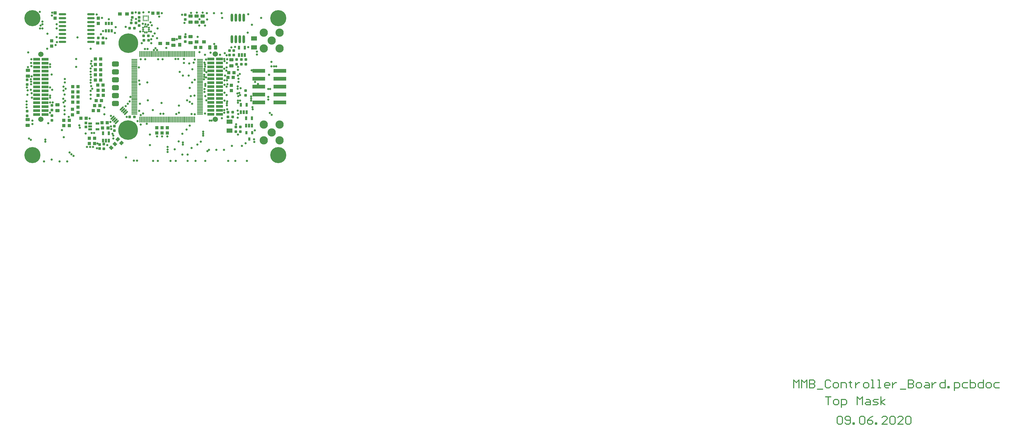
<source format=gts>
G04*
G04 #@! TF.GenerationSoftware,Altium Limited,Altium Designer,20.1.11 (218)*
G04*
G04 Layer_Color=20142*
%FSLAX25Y25*%
%MOIN*%
G70*
G04*
G04 #@! TF.SameCoordinates,26502B99-587C-4767-892E-7210AEBADD4C*
G04*
G04*
G04 #@! TF.FilePolarity,Negative*
G04*
G01*
G75*
%ADD17C,0.01200*%
%ADD47R,0.15964X0.05137*%
%ADD48O,0.01581X0.07487*%
%ADD49O,0.07487X0.01581*%
G04:AMPARAMS|DCode=50|XSize=43.37mil|YSize=39.43mil|CornerRadius=0mil|HoleSize=0mil|Usage=FLASHONLY|Rotation=225.000|XOffset=0mil|YOffset=0mil|HoleType=Round|Shape=Rectangle|*
%AMROTATEDRECTD50*
4,1,4,0.00139,0.02928,0.02928,0.00139,-0.00139,-0.02928,-0.02928,-0.00139,0.00139,0.02928,0.0*
%
%ADD50ROTATEDRECTD50*%

G04:AMPARAMS|DCode=51|XSize=35.5mil|YSize=35.5mil|CornerRadius=6.72mil|HoleSize=0mil|Usage=FLASHONLY|Rotation=0.000|XOffset=0mil|YOffset=0mil|HoleType=Round|Shape=RoundedRectangle|*
%AMROUNDEDRECTD51*
21,1,0.03550,0.02205,0,0,0.0*
21,1,0.02205,0.03550,0,0,0.0*
1,1,0.01345,0.01102,-0.01102*
1,1,0.01345,-0.01102,-0.01102*
1,1,0.01345,-0.01102,0.01102*
1,1,0.01345,0.01102,0.01102*
%
%ADD51ROUNDEDRECTD51*%
G04:AMPARAMS|DCode=52|XSize=35.5mil|YSize=35.5mil|CornerRadius=6.72mil|HoleSize=0mil|Usage=FLASHONLY|Rotation=270.000|XOffset=0mil|YOffset=0mil|HoleType=Round|Shape=RoundedRectangle|*
%AMROUNDEDRECTD52*
21,1,0.03550,0.02205,0,0,270.0*
21,1,0.02205,0.03550,0,0,270.0*
1,1,0.01345,-0.01102,-0.01102*
1,1,0.01345,-0.01102,0.01102*
1,1,0.01345,0.01102,0.01102*
1,1,0.01345,0.01102,-0.01102*
%
%ADD52ROUNDEDRECTD52*%
%ADD53R,0.03747X0.03353*%
%ADD54O,0.03156X0.10243*%
G04:AMPARAMS|DCode=55|XSize=19.68mil|YSize=15.75mil|CornerRadius=4.92mil|HoleSize=0mil|Usage=FLASHONLY|Rotation=180.000|XOffset=0mil|YOffset=0mil|HoleType=Round|Shape=RoundedRectangle|*
%AMROUNDEDRECTD55*
21,1,0.01968,0.00591,0,0,180.0*
21,1,0.00984,0.01575,0,0,180.0*
1,1,0.00984,-0.00492,0.00295*
1,1,0.00984,0.00492,0.00295*
1,1,0.00984,0.00492,-0.00295*
1,1,0.00984,-0.00492,-0.00295*
%
%ADD55ROUNDEDRECTD55*%
G04:AMPARAMS|DCode=56|XSize=19.68mil|YSize=15.75mil|CornerRadius=4.92mil|HoleSize=0mil|Usage=FLASHONLY|Rotation=90.000|XOffset=0mil|YOffset=0mil|HoleType=Round|Shape=RoundedRectangle|*
%AMROUNDEDRECTD56*
21,1,0.01968,0.00591,0,0,90.0*
21,1,0.00984,0.01575,0,0,90.0*
1,1,0.00984,0.00295,0.00492*
1,1,0.00984,0.00295,-0.00492*
1,1,0.00984,-0.00295,-0.00492*
1,1,0.00984,-0.00295,0.00492*
%
%ADD56ROUNDEDRECTD56*%
%ADD57R,0.09150X0.03300*%
%ADD58R,0.07487X0.05518*%
%ADD59R,0.03943X0.04337*%
%ADD60R,0.03156X0.04337*%
%ADD61O,0.09455X0.02762*%
G04:AMPARAMS|DCode=62|XSize=25.59mil|YSize=19.68mil|CornerRadius=5.91mil|HoleSize=0mil|Usage=FLASHONLY|Rotation=90.000|XOffset=0mil|YOffset=0mil|HoleType=Round|Shape=RoundedRectangle|*
%AMROUNDEDRECTD62*
21,1,0.02559,0.00787,0,0,90.0*
21,1,0.01378,0.01968,0,0,90.0*
1,1,0.01181,0.00394,0.00689*
1,1,0.01181,0.00394,-0.00689*
1,1,0.01181,-0.00394,-0.00689*
1,1,0.01181,-0.00394,0.00689*
%
%ADD62ROUNDEDRECTD62*%
G04:AMPARAMS|DCode=63|XSize=25.59mil|YSize=19.68mil|CornerRadius=5.91mil|HoleSize=0mil|Usage=FLASHONLY|Rotation=180.000|XOffset=0mil|YOffset=0mil|HoleType=Round|Shape=RoundedRectangle|*
%AMROUNDEDRECTD63*
21,1,0.02559,0.00787,0,0,180.0*
21,1,0.01378,0.01968,0,0,180.0*
1,1,0.01181,-0.00689,0.00394*
1,1,0.01181,0.00689,0.00394*
1,1,0.01181,0.00689,-0.00394*
1,1,0.01181,-0.00689,-0.00394*
%
%ADD63ROUNDEDRECTD63*%
G04:AMPARAMS|DCode=64|XSize=55.18mil|YSize=39.43mil|CornerRadius=5.54mil|HoleSize=0mil|Usage=FLASHONLY|Rotation=0.000|XOffset=0mil|YOffset=0mil|HoleType=Round|Shape=RoundedRectangle|*
%AMROUNDEDRECTD64*
21,1,0.05518,0.02835,0,0,0.0*
21,1,0.04409,0.03943,0,0,0.0*
1,1,0.01109,0.02205,-0.01417*
1,1,0.01109,-0.02205,-0.01417*
1,1,0.01109,-0.02205,0.01417*
1,1,0.01109,0.02205,0.01417*
%
%ADD64ROUNDEDRECTD64*%
G04:AMPARAMS|DCode=65|XSize=55.18mil|YSize=39.43mil|CornerRadius=5.54mil|HoleSize=0mil|Usage=FLASHONLY|Rotation=270.000|XOffset=0mil|YOffset=0mil|HoleType=Round|Shape=RoundedRectangle|*
%AMROUNDEDRECTD65*
21,1,0.05518,0.02835,0,0,270.0*
21,1,0.04409,0.03943,0,0,270.0*
1,1,0.01109,-0.01417,-0.02205*
1,1,0.01109,-0.01417,0.02205*
1,1,0.01109,0.01417,0.02205*
1,1,0.01109,0.01417,-0.02205*
%
%ADD65ROUNDEDRECTD65*%
%ADD66R,0.03156X0.03943*%
%ADD67R,0.04928X0.04337*%
%ADD68R,0.04337X0.04928*%
%ADD69R,0.04337X0.03943*%
%ADD70R,0.07487X0.05518*%
G04:AMPARAMS|DCode=71|XSize=43.37mil|YSize=39.43mil|CornerRadius=0mil|HoleSize=0mil|Usage=FLASHONLY|Rotation=315.000|XOffset=0mil|YOffset=0mil|HoleType=Round|Shape=Rectangle|*
%AMROTATEDRECTD71*
4,1,4,-0.02928,0.00139,-0.00139,0.02928,0.02928,-0.00139,0.00139,-0.02928,-0.02928,0.00139,0.0*
%
%ADD71ROTATEDRECTD71*%

%ADD72R,0.02959X0.04731*%
G04:AMPARAMS|DCode=73|XSize=19.75mil|YSize=66.99mil|CornerRadius=0mil|HoleSize=0mil|Usage=FLASHONLY|Rotation=315.000|XOffset=0mil|YOffset=0mil|HoleType=Round|Shape=Round|*
%AMOVALD73*
21,1,0.04724,0.01975,0.00000,0.00000,45.0*
1,1,0.01975,-0.01670,-0.01670*
1,1,0.01975,0.01670,0.01670*
%
%ADD73OVALD73*%

%ADD74R,0.04731X0.02959*%
%ADD75C,0.10400*%
%ADD76C,0.06700*%
%ADD77C,0.20400*%
%ADD78C,0.24810*%
G04:AMPARAMS|DCode=79|XSize=89mil|YSize=64mil|CornerRadius=17mil|HoleSize=0mil|Usage=FLASHONLY|Rotation=180.000|XOffset=0mil|YOffset=0mil|HoleType=Round|Shape=RoundedRectangle|*
%AMROUNDEDRECTD79*
21,1,0.08900,0.03000,0,0,180.0*
21,1,0.05500,0.06400,0,0,180.0*
1,1,0.03400,-0.02750,0.01500*
1,1,0.03400,0.02750,0.01500*
1,1,0.03400,0.02750,-0.01500*
1,1,0.03400,-0.02750,-0.01500*
%
%ADD79ROUNDEDRECTD79*%
%ADD80C,0.02800*%
D17*
X1015016Y-294278D02*
X1021680D01*
X1018348D01*
Y-304275D01*
X1026679D02*
X1030011D01*
X1031677Y-302609D01*
Y-299276D01*
X1030011Y-297610D01*
X1026679D01*
X1025012Y-299276D01*
Y-302609D01*
X1026679Y-304275D01*
X1035009Y-307607D02*
Y-297610D01*
X1040008D01*
X1041674Y-299276D01*
Y-302609D01*
X1040008Y-304275D01*
X1035009D01*
X1055003D02*
Y-294278D01*
X1058335Y-297610D01*
X1061667Y-294278D01*
Y-304275D01*
X1066666Y-297610D02*
X1069998D01*
X1071664Y-299276D01*
Y-304275D01*
X1066666D01*
X1065000Y-302609D01*
X1066666Y-300943D01*
X1071664D01*
X1074996Y-304275D02*
X1079995D01*
X1081661Y-302609D01*
X1079995Y-300943D01*
X1076663D01*
X1074996Y-299276D01*
X1076663Y-297610D01*
X1081661D01*
X1084993Y-304275D02*
Y-294278D01*
Y-300943D02*
X1089991Y-297610D01*
X1084993Y-300943D02*
X1089991Y-304275D01*
X1029716Y-320444D02*
X1031382Y-318778D01*
X1034714D01*
X1036380Y-320444D01*
Y-327109D01*
X1034714Y-328775D01*
X1031382D01*
X1029716Y-327109D01*
Y-320444D01*
X1039713Y-327109D02*
X1041379Y-328775D01*
X1044711D01*
X1046377Y-327109D01*
Y-320444D01*
X1044711Y-318778D01*
X1041379D01*
X1039713Y-320444D01*
Y-322110D01*
X1041379Y-323776D01*
X1046377D01*
X1049709Y-328775D02*
Y-327109D01*
X1051375D01*
Y-328775D01*
X1049709D01*
X1058040Y-320444D02*
X1059706Y-318778D01*
X1063038D01*
X1064704Y-320444D01*
Y-327109D01*
X1063038Y-328775D01*
X1059706D01*
X1058040Y-327109D01*
Y-320444D01*
X1074701Y-318778D02*
X1071369Y-320444D01*
X1068037Y-323776D01*
Y-327109D01*
X1069703Y-328775D01*
X1073035D01*
X1074701Y-327109D01*
Y-325443D01*
X1073035Y-323776D01*
X1068037D01*
X1078034Y-328775D02*
Y-327109D01*
X1079700D01*
Y-328775D01*
X1078034D01*
X1093029D02*
X1086364D01*
X1093029Y-322110D01*
Y-320444D01*
X1091362Y-318778D01*
X1088030D01*
X1086364Y-320444D01*
X1096361D02*
X1098027Y-318778D01*
X1101359D01*
X1103025Y-320444D01*
Y-327109D01*
X1101359Y-328775D01*
X1098027D01*
X1096361Y-327109D01*
Y-320444D01*
X1113022Y-328775D02*
X1106358D01*
X1113022Y-322110D01*
Y-320444D01*
X1111356Y-318778D01*
X1108024D01*
X1106358Y-320444D01*
X1116354D02*
X1118021Y-318778D01*
X1121353D01*
X1123019Y-320444D01*
Y-327109D01*
X1121353Y-328775D01*
X1118021D01*
X1116354Y-327109D01*
Y-320444D01*
X974816Y-282875D02*
Y-272878D01*
X978148Y-276210D01*
X981480Y-272878D01*
Y-282875D01*
X984813D02*
Y-272878D01*
X988145Y-276210D01*
X991477Y-272878D01*
Y-282875D01*
X994809Y-272878D02*
Y-282875D01*
X999808D01*
X1001474Y-281209D01*
Y-279542D01*
X999808Y-277876D01*
X994809D01*
X999808D01*
X1001474Y-276210D01*
Y-274544D01*
X999808Y-272878D01*
X994809D01*
X1004806Y-284541D02*
X1011471D01*
X1021467Y-274544D02*
X1019801Y-272878D01*
X1016469D01*
X1014803Y-274544D01*
Y-281209D01*
X1016469Y-282875D01*
X1019801D01*
X1021467Y-281209D01*
X1026466Y-282875D02*
X1029798D01*
X1031464Y-281209D01*
Y-277876D01*
X1029798Y-276210D01*
X1026466D01*
X1024800Y-277876D01*
Y-281209D01*
X1026466Y-282875D01*
X1034796D02*
Y-276210D01*
X1039795D01*
X1041461Y-277876D01*
Y-282875D01*
X1046459Y-274544D02*
Y-276210D01*
X1044793D01*
X1048125D01*
X1046459D01*
Y-281209D01*
X1048125Y-282875D01*
X1053124Y-276210D02*
Y-282875D01*
Y-279542D01*
X1054790Y-277876D01*
X1056456Y-276210D01*
X1058122D01*
X1064787Y-282875D02*
X1068119D01*
X1069785Y-281209D01*
Y-277876D01*
X1068119Y-276210D01*
X1064787D01*
X1063121Y-277876D01*
Y-281209D01*
X1064787Y-282875D01*
X1073117D02*
X1076450D01*
X1074784D01*
Y-272878D01*
X1073117D01*
X1081448Y-282875D02*
X1084780D01*
X1083114D01*
Y-272878D01*
X1081448D01*
X1094777Y-282875D02*
X1091445D01*
X1089779Y-281209D01*
Y-277876D01*
X1091445Y-276210D01*
X1094777D01*
X1096443Y-277876D01*
Y-279542D01*
X1089779D01*
X1099775Y-276210D02*
Y-282875D01*
Y-279542D01*
X1101441Y-277876D01*
X1103108Y-276210D01*
X1104774D01*
X1109772Y-284541D02*
X1116437D01*
X1119769Y-272878D02*
Y-282875D01*
X1124767D01*
X1126433Y-281209D01*
Y-279542D01*
X1124767Y-277876D01*
X1119769D01*
X1124767D01*
X1126433Y-276210D01*
Y-274544D01*
X1124767Y-272878D01*
X1119769D01*
X1131432Y-282875D02*
X1134764D01*
X1136430Y-281209D01*
Y-277876D01*
X1134764Y-276210D01*
X1131432D01*
X1129766Y-277876D01*
Y-281209D01*
X1131432Y-282875D01*
X1141429Y-276210D02*
X1144761D01*
X1146427Y-277876D01*
Y-282875D01*
X1141429D01*
X1139762Y-281209D01*
X1141429Y-279542D01*
X1146427D01*
X1149759Y-276210D02*
Y-282875D01*
Y-279542D01*
X1151425Y-277876D01*
X1153092Y-276210D01*
X1154758D01*
X1166420Y-272878D02*
Y-282875D01*
X1161422D01*
X1159756Y-281209D01*
Y-277876D01*
X1161422Y-276210D01*
X1166420D01*
X1169753Y-282875D02*
Y-281209D01*
X1171419D01*
Y-282875D01*
X1169753D01*
X1178083Y-286207D02*
Y-276210D01*
X1183082D01*
X1184748Y-277876D01*
Y-281209D01*
X1183082Y-282875D01*
X1178083D01*
X1194745Y-276210D02*
X1189746D01*
X1188080Y-277876D01*
Y-281209D01*
X1189746Y-282875D01*
X1194745D01*
X1198077Y-272878D02*
Y-282875D01*
X1203075D01*
X1204741Y-281209D01*
Y-279542D01*
Y-277876D01*
X1203075Y-276210D01*
X1198077D01*
X1214738Y-272878D02*
Y-282875D01*
X1209740D01*
X1208074Y-281209D01*
Y-277876D01*
X1209740Y-276210D01*
X1214738D01*
X1219737Y-282875D02*
X1223069D01*
X1224735Y-281209D01*
Y-277876D01*
X1223069Y-276210D01*
X1219737D01*
X1218071Y-277876D01*
Y-281209D01*
X1219737Y-282875D01*
X1234732Y-276210D02*
X1229733D01*
X1228067Y-277876D01*
Y-281209D01*
X1229733Y-282875D01*
X1234732D01*
D47*
X298130Y98425D02*
D03*
X324705D02*
D03*
X298130Y88425D02*
D03*
X324705D02*
D03*
X298130Y78425D02*
D03*
X324705D02*
D03*
Y108425D02*
D03*
Y118425D02*
D03*
X298130Y108425D02*
D03*
Y118425D02*
D03*
D48*
X147835Y139961D02*
D03*
X149803D02*
D03*
X151772D02*
D03*
X153740D02*
D03*
X155709D02*
D03*
X157677D02*
D03*
X159646D02*
D03*
X161614D02*
D03*
X163583D02*
D03*
X165551D02*
D03*
X167520D02*
D03*
X169488D02*
D03*
X171457D02*
D03*
X173425D02*
D03*
X175394D02*
D03*
X177362D02*
D03*
X179331D02*
D03*
X181299D02*
D03*
X183268D02*
D03*
X185236D02*
D03*
X187205D02*
D03*
X189173D02*
D03*
X191142D02*
D03*
X193110D02*
D03*
X195079D02*
D03*
X197047D02*
D03*
X199016D02*
D03*
X200984D02*
D03*
X202953D02*
D03*
X204921D02*
D03*
X206890D02*
D03*
X208858D02*
D03*
X210827D02*
D03*
X212795D02*
D03*
X214764D02*
D03*
X216732D02*
D03*
Y56890D02*
D03*
X214764D02*
D03*
X212795D02*
D03*
X210827D02*
D03*
X208858D02*
D03*
X206890D02*
D03*
X204921D02*
D03*
X202953D02*
D03*
X200984D02*
D03*
X199016D02*
D03*
X197047D02*
D03*
X195079D02*
D03*
X193110D02*
D03*
X191142D02*
D03*
X189173D02*
D03*
X187205D02*
D03*
X185236D02*
D03*
X183268D02*
D03*
X181299D02*
D03*
X179331D02*
D03*
X177362D02*
D03*
X175394D02*
D03*
X173425D02*
D03*
X171457D02*
D03*
X169488D02*
D03*
X167520D02*
D03*
X165551D02*
D03*
X163583D02*
D03*
X161614D02*
D03*
X159646D02*
D03*
X157677D02*
D03*
X155709D02*
D03*
X153740D02*
D03*
X151772D02*
D03*
X149803D02*
D03*
X147835D02*
D03*
D49*
X223819Y132874D02*
D03*
Y130905D02*
D03*
Y128937D02*
D03*
Y126969D02*
D03*
Y125000D02*
D03*
Y123031D02*
D03*
Y121063D02*
D03*
Y119095D02*
D03*
Y117126D02*
D03*
Y115157D02*
D03*
Y113189D02*
D03*
Y111221D02*
D03*
Y109252D02*
D03*
Y107283D02*
D03*
Y105315D02*
D03*
Y103347D02*
D03*
Y101378D02*
D03*
Y99410D02*
D03*
Y97441D02*
D03*
Y95473D02*
D03*
Y93504D02*
D03*
Y91535D02*
D03*
Y89567D02*
D03*
Y87598D02*
D03*
Y85630D02*
D03*
Y83661D02*
D03*
Y81693D02*
D03*
Y79724D02*
D03*
Y77756D02*
D03*
Y75787D02*
D03*
Y73819D02*
D03*
Y71850D02*
D03*
Y69882D02*
D03*
Y67913D02*
D03*
Y65945D02*
D03*
Y63976D02*
D03*
X140748D02*
D03*
Y65945D02*
D03*
Y67913D02*
D03*
Y69882D02*
D03*
Y71850D02*
D03*
Y73819D02*
D03*
Y75787D02*
D03*
Y77756D02*
D03*
Y79724D02*
D03*
Y81693D02*
D03*
Y83661D02*
D03*
Y85630D02*
D03*
Y87598D02*
D03*
Y89567D02*
D03*
Y91535D02*
D03*
Y93504D02*
D03*
Y95473D02*
D03*
Y97441D02*
D03*
Y99410D02*
D03*
Y101378D02*
D03*
Y103347D02*
D03*
Y105315D02*
D03*
Y107283D02*
D03*
Y109252D02*
D03*
Y111221D02*
D03*
Y113189D02*
D03*
Y115157D02*
D03*
Y117126D02*
D03*
Y119095D02*
D03*
Y121063D02*
D03*
Y123031D02*
D03*
Y125000D02*
D03*
Y126969D02*
D03*
Y128937D02*
D03*
Y130905D02*
D03*
Y132874D02*
D03*
D50*
X119681Y31894D02*
D03*
X124414Y27161D02*
D03*
D51*
X146850Y191929D02*
D03*
Y186024D02*
D03*
X101969Y25787D02*
D03*
Y19882D02*
D03*
X115354Y48622D02*
D03*
Y42717D02*
D03*
X281500Y87547D02*
D03*
Y93453D02*
D03*
X5118Y101181D02*
D03*
Y107087D02*
D03*
X36417Y74803D02*
D03*
Y68898D02*
D03*
Y55905D02*
D03*
Y61811D02*
D03*
X5118Y67520D02*
D03*
Y61614D02*
D03*
X205118Y155512D02*
D03*
Y161417D02*
D03*
Y189370D02*
D03*
Y183465D02*
D03*
X138189Y191929D02*
D03*
Y186024D02*
D03*
X146850Y181693D02*
D03*
Y175787D02*
D03*
X274803Y41535D02*
D03*
Y47441D02*
D03*
X269094Y41535D02*
D03*
Y47441D02*
D03*
X270079Y132874D02*
D03*
Y126969D02*
D03*
X275984Y132874D02*
D03*
Y126969D02*
D03*
X281890Y132874D02*
D03*
Y126969D02*
D03*
X259252Y60236D02*
D03*
Y66142D02*
D03*
X265158Y60236D02*
D03*
Y66142D02*
D03*
X266535Y144291D02*
D03*
Y138386D02*
D03*
X261024Y144291D02*
D03*
Y138386D02*
D03*
D52*
X152559Y162992D02*
D03*
X158465D02*
D03*
X142717Y179134D02*
D03*
X136811D02*
D03*
X100984Y160236D02*
D03*
X95079D02*
D03*
X134843Y60236D02*
D03*
X140748D02*
D03*
Y172441D02*
D03*
X134843D02*
D03*
X158661Y157087D02*
D03*
X152756D02*
D03*
D53*
X79331Y52461D02*
D03*
Y47539D02*
D03*
X96850Y25098D02*
D03*
Y20177D02*
D03*
D54*
X263957Y158661D02*
D03*
X268957D02*
D03*
X273957D02*
D03*
X278957D02*
D03*
X263957Y185827D02*
D03*
X268957D02*
D03*
X273957D02*
D03*
X278957D02*
D03*
D55*
X158268Y186024D02*
D03*
Y184055D02*
D03*
X151969D02*
D03*
Y186024D02*
D03*
D56*
X158071Y182087D02*
D03*
X156102D02*
D03*
X154134D02*
D03*
X152165D02*
D03*
Y187992D02*
D03*
X154134D02*
D03*
X156102D02*
D03*
X158071D02*
D03*
D57*
X237598Y63464D02*
D03*
X248348Y63465D02*
D03*
X237598Y68465D02*
D03*
X248348Y68464D02*
D03*
X237598Y73465D02*
D03*
X248348Y73465D02*
D03*
X237598Y78465D02*
D03*
X248348Y78465D02*
D03*
X237598Y83465D02*
D03*
X248348Y83465D02*
D03*
X237598Y88465D02*
D03*
X248348Y88464D02*
D03*
X237598Y93464D02*
D03*
X248348Y93465D02*
D03*
X237560Y98465D02*
D03*
X248348Y98465D02*
D03*
X237598Y103464D02*
D03*
X248348Y103464D02*
D03*
X237598Y108465D02*
D03*
X248348Y108465D02*
D03*
X237598Y113464D02*
D03*
X248348Y113464D02*
D03*
X237598Y118465D02*
D03*
X248348Y118465D02*
D03*
X237598Y123465D02*
D03*
X248348Y123465D02*
D03*
X237598Y128465D02*
D03*
X248348Y128465D02*
D03*
X237598Y133465D02*
D03*
X248348Y133465D02*
D03*
X27816Y133317D02*
D03*
X17066Y133317D02*
D03*
X27816Y128317D02*
D03*
X17066Y128317D02*
D03*
X27816Y123317D02*
D03*
X17066Y123317D02*
D03*
X27816Y118317D02*
D03*
X17066Y118317D02*
D03*
X27816Y113317D02*
D03*
X17066Y113317D02*
D03*
X27816Y108317D02*
D03*
X17066Y108317D02*
D03*
X27816Y103317D02*
D03*
X17066Y103317D02*
D03*
X27816Y98317D02*
D03*
X17028Y98317D02*
D03*
X27816Y93317D02*
D03*
X17066Y93317D02*
D03*
X27816Y88317D02*
D03*
X17066Y88317D02*
D03*
X27816Y83317D02*
D03*
X17066Y83317D02*
D03*
X27816Y78317D02*
D03*
X17066Y78317D02*
D03*
X27816Y73317D02*
D03*
X17066Y73317D02*
D03*
X27816Y68317D02*
D03*
X17066Y68317D02*
D03*
X27816Y63317D02*
D03*
X17066Y63317D02*
D03*
D58*
X292126Y148228D02*
D03*
Y159646D02*
D03*
D59*
X62795Y78937D02*
D03*
X69488D02*
D03*
X94488Y153937D02*
D03*
X101181D02*
D03*
X100591Y46260D02*
D03*
X107283D02*
D03*
X99606Y52756D02*
D03*
X106299D02*
D03*
X218110Y148031D02*
D03*
X224803D02*
D03*
X170866Y191535D02*
D03*
X164173D02*
D03*
X266732Y116142D02*
D03*
X260039D02*
D03*
X265748Y110039D02*
D03*
X259055D02*
D03*
X69488Y98425D02*
D03*
X62795D02*
D03*
X69488Y91929D02*
D03*
X62795D02*
D03*
X69488Y85433D02*
D03*
X62795D02*
D03*
X98228Y133465D02*
D03*
X91535D02*
D03*
X98228Y126575D02*
D03*
X91535D02*
D03*
X98228Y119882D02*
D03*
X91535D02*
D03*
X98228Y113386D02*
D03*
X91535D02*
D03*
X98228Y106890D02*
D03*
X91535D02*
D03*
X101181Y100394D02*
D03*
X94488D02*
D03*
X101378Y93898D02*
D03*
X94685D02*
D03*
X101378Y87402D02*
D03*
X94685D02*
D03*
X99016Y80905D02*
D03*
X92323D02*
D03*
X97047Y74410D02*
D03*
X90354D02*
D03*
X73228Y58465D02*
D03*
X79921D02*
D03*
X95472Y68110D02*
D03*
X88779D02*
D03*
D60*
X112205Y169095D02*
D03*
X108465D02*
D03*
X104724D02*
D03*
Y178543D02*
D03*
X108465D02*
D03*
X112205D02*
D03*
D61*
X49705Y190138D02*
D03*
X49705Y185138D02*
D03*
X49705Y180138D02*
D03*
X49705Y175138D02*
D03*
X49705Y170138D02*
D03*
X49705Y165138D02*
D03*
X49705Y160138D02*
D03*
X49705Y155138D02*
D03*
X85728Y190138D02*
D03*
X85728Y185138D02*
D03*
X85728Y180138D02*
D03*
X85728Y175138D02*
D03*
X85728Y170138D02*
D03*
X85728Y165138D02*
D03*
X85728Y160138D02*
D03*
X85728Y155138D02*
D03*
D62*
X154134Y167126D02*
D03*
X156496D02*
D03*
X154134Y174370D02*
D03*
X156496D02*
D03*
D63*
X158937Y170748D02*
D03*
Y173110D02*
D03*
Y168386D02*
D03*
X151693D02*
D03*
Y173110D02*
D03*
Y170748D02*
D03*
D64*
X263386Y132480D02*
D03*
Y125000D02*
D03*
X6102Y119291D02*
D03*
Y111811D02*
D03*
X43307Y75590D02*
D03*
Y68110D02*
D03*
X5906Y49409D02*
D03*
Y56890D02*
D03*
X190157Y158268D02*
D03*
Y150787D02*
D03*
X211811Y154331D02*
D03*
Y161811D02*
D03*
Y187795D02*
D03*
Y180315D02*
D03*
X219488Y187795D02*
D03*
Y180315D02*
D03*
X227165Y187795D02*
D03*
Y180315D02*
D03*
D65*
X243504Y148031D02*
D03*
X236024D02*
D03*
D66*
X286024Y32283D02*
D03*
X282283Y40157D02*
D03*
X289764D02*
D03*
D67*
X173524Y153150D02*
D03*
X182775Y153150D02*
D03*
X219390Y155118D02*
D03*
X228642Y155118D02*
D03*
X131595Y190354D02*
D03*
X122343Y190354D02*
D03*
D68*
X198031Y160925D02*
D03*
X198031Y151673D02*
D03*
D69*
X36220Y156496D02*
D03*
Y149803D02*
D03*
X95079Y185236D02*
D03*
Y178543D02*
D03*
X40551Y191929D02*
D03*
Y185236D02*
D03*
X263386Y93504D02*
D03*
Y100197D02*
D03*
X69291Y72441D02*
D03*
Y65748D02*
D03*
X62402Y69685D02*
D03*
Y62992D02*
D03*
X58465Y55905D02*
D03*
Y49213D02*
D03*
X51378Y55905D02*
D03*
Y49213D02*
D03*
X169095Y39961D02*
D03*
Y46654D02*
D03*
X175787Y39961D02*
D03*
Y46654D02*
D03*
X182283Y39961D02*
D03*
Y46654D02*
D03*
X83661Y33071D02*
D03*
Y26378D02*
D03*
X90551Y26378D02*
D03*
Y33071D02*
D03*
D70*
X261221Y42913D02*
D03*
Y54331D02*
D03*
D71*
X111413Y21256D02*
D03*
X116146Y25988D02*
D03*
D72*
X100984Y39567D02*
D03*
X108465D02*
D03*
Y30118D02*
D03*
X104724D02*
D03*
X100984D02*
D03*
X282087Y49016D02*
D03*
X285827D02*
D03*
X289567D02*
D03*
Y58465D02*
D03*
X282087D02*
D03*
X275394Y75590D02*
D03*
X282874D02*
D03*
Y66142D02*
D03*
X279134D02*
D03*
X275394D02*
D03*
X273031Y147835D02*
D03*
X280512D02*
D03*
Y138386D02*
D03*
X276772D02*
D03*
X273031D02*
D03*
D73*
X113093Y59073D02*
D03*
X114903Y57263D02*
D03*
X116712Y55454D02*
D03*
X118522Y53644D02*
D03*
X124785Y70765D02*
D03*
X126595Y68956D02*
D03*
X128404Y67146D02*
D03*
X130214Y65337D02*
D03*
D74*
X94095Y51968D02*
D03*
Y44488D02*
D03*
X84646D02*
D03*
Y48228D02*
D03*
Y51968D02*
D03*
D75*
X324370Y166890D02*
D03*
X324370Y146890D02*
D03*
X304370Y146890D02*
D03*
X304370Y166890D02*
D03*
X314370Y156890D02*
D03*
X324567Y50354D02*
D03*
X324567Y30354D02*
D03*
X304567Y30354D02*
D03*
X304567Y50354D02*
D03*
X314567Y40354D02*
D03*
D76*
X242973Y57215D02*
D03*
X242973Y139715D02*
D03*
X22441Y139567D02*
D03*
X22441Y57067D02*
D03*
D77*
X322835Y11811D02*
D03*
X11811Y185039D02*
D03*
Y11811D02*
D03*
X322835Y185039D02*
D03*
D78*
X132874Y43504D02*
D03*
X133071Y153543D02*
D03*
D79*
X116929Y77087D02*
D03*
Y87087D02*
D03*
Y97087D02*
D03*
Y107087D02*
D03*
Y117087D02*
D03*
Y127087D02*
D03*
D80*
X177362Y64173D02*
D03*
X314118Y124197D02*
D03*
X310236Y82284D02*
D03*
X320220Y124197D02*
D03*
X293504Y104528D02*
D03*
X288976Y119291D02*
D03*
X288500Y81000D02*
D03*
X310236Y85630D02*
D03*
X297047Y101969D02*
D03*
X213779Y103937D02*
D03*
X176378Y133071D02*
D03*
X148622D02*
D03*
X229509Y128900D02*
D03*
X203543Y128347D02*
D03*
X167520Y147047D02*
D03*
X147441Y101378D02*
D03*
X148630Y62559D02*
D03*
X162008Y153347D02*
D03*
X146500Y123000D02*
D03*
X217000Y63500D02*
D03*
X153937Y146063D02*
D03*
X230000Y124000D02*
D03*
Y126500D02*
D03*
X147835Y76772D02*
D03*
X193701Y63779D02*
D03*
X229500Y92000D02*
D03*
X163976Y162598D02*
D03*
X210827Y49016D02*
D03*
X217126Y107283D02*
D03*
X165551Y144882D02*
D03*
X230500Y102000D02*
D03*
X229000Y113500D02*
D03*
X146630Y106059D02*
D03*
X154331Y133071D02*
D03*
X146850Y67716D02*
D03*
X228762Y107692D02*
D03*
X209449Y112598D02*
D03*
X215748Y128740D02*
D03*
X134646Y79724D02*
D03*
X210630Y79134D02*
D03*
X201969Y112598D02*
D03*
X156299Y51378D02*
D03*
X229500Y121000D02*
D03*
X217126Y132874D02*
D03*
X192913Y133465D02*
D03*
X135827Y85630D02*
D03*
X210236Y127953D02*
D03*
X151772Y64370D02*
D03*
X173622Y64173D02*
D03*
X207480Y81102D02*
D03*
X230500Y99500D02*
D03*
X132283Y76968D02*
D03*
X197047Y65354D02*
D03*
X216929Y87205D02*
D03*
X169488Y144882D02*
D03*
X148819Y50591D02*
D03*
X212205Y86614D02*
D03*
X196063Y133465D02*
D03*
X170866Y133071D02*
D03*
X212992Y63779D02*
D03*
X229500Y95500D02*
D03*
X157283Y146063D02*
D03*
X181000Y147500D02*
D03*
X85433Y93307D02*
D03*
X87500Y96000D02*
D03*
X85630Y127559D02*
D03*
X87130Y124559D02*
D03*
X102630Y72059D02*
D03*
X169291Y35433D02*
D03*
X86130Y99059D02*
D03*
X85433Y83268D02*
D03*
X85500Y121500D02*
D03*
X85630Y110559D02*
D03*
X85500Y107000D02*
D03*
Y114000D02*
D03*
X86417Y130905D02*
D03*
X85433Y103347D02*
D03*
X85500Y117500D02*
D03*
X102630Y63559D02*
D03*
X84252Y58268D02*
D03*
X85433Y88189D02*
D03*
X198031Y117323D02*
D03*
X214173Y120472D02*
D03*
X220472Y25197D02*
D03*
X201969D02*
D03*
Y27953D02*
D03*
X224803Y28937D02*
D03*
X223228Y183858D02*
D03*
X222835Y175984D02*
D03*
X203937Y179134D02*
D03*
X205512Y164961D02*
D03*
X148031Y168307D02*
D03*
X129921Y174016D02*
D03*
X142913Y184252D02*
D03*
X142520Y192520D02*
D03*
X151579Y178276D02*
D03*
X151969Y192520D02*
D03*
X175591Y191535D02*
D03*
X137205Y182874D02*
D03*
X150000Y153500D02*
D03*
X162008Y158465D02*
D03*
X197244Y74508D02*
D03*
X210630Y96850D02*
D03*
X203543Y133465D02*
D03*
X157087Y103937D02*
D03*
X157874Y81102D02*
D03*
X175197Y77953D02*
D03*
X283000Y4500D02*
D03*
X268500D02*
D03*
X164173Y68898D02*
D03*
X213779Y76772D02*
D03*
X111417Y44882D02*
D03*
X112992Y38976D02*
D03*
X131102Y60236D02*
D03*
X144882Y54724D02*
D03*
X105118Y159449D02*
D03*
X98425Y164961D02*
D03*
X106299Y24409D02*
D03*
X281496Y26772D02*
D03*
X264173Y23622D02*
D03*
X219685Y192126D02*
D03*
X170079Y172047D02*
D03*
X194488Y158661D02*
D03*
X169291Y159843D02*
D03*
X161024Y179921D02*
D03*
X162795Y176181D02*
D03*
X68626Y160780D02*
D03*
X85433Y146457D02*
D03*
X30315D02*
D03*
X34252Y126772D02*
D03*
Y123622D02*
D03*
X40945Y151181D02*
D03*
X42634Y154724D02*
D03*
X42520Y161024D02*
D03*
X6299Y141929D02*
D03*
X10236Y128347D02*
D03*
X10433Y133268D02*
D03*
Y124409D02*
D03*
X154724Y177559D02*
D03*
X9843Y94488D02*
D03*
X10630Y90157D02*
D03*
X9843Y107874D02*
D03*
X10630Y111417D02*
D03*
X5512Y88189D02*
D03*
X5906Y93701D02*
D03*
X10236Y101575D02*
D03*
Y104724D02*
D03*
X34252Y78347D02*
D03*
X161614Y168307D02*
D03*
X166339Y165748D02*
D03*
X158071Y176969D02*
D03*
X223228Y142126D02*
D03*
X230500Y86500D02*
D03*
X4331Y75984D02*
D03*
Y79921D02*
D03*
Y72047D02*
D03*
X11811Y55512D02*
D03*
X159055Y192717D02*
D03*
X312598Y95669D02*
D03*
X254330Y133464D02*
D03*
X230000Y139000D02*
D03*
X257480Y122835D02*
D03*
X89764Y39764D02*
D03*
X86673Y39823D02*
D03*
X272418Y104522D02*
D03*
X272441Y108661D02*
D03*
X290551Y69685D02*
D03*
X9843Y31102D02*
D03*
X51126Y78539D02*
D03*
X4921Y97638D02*
D03*
X208000Y4500D02*
D03*
X191929Y19094D02*
D03*
X201500Y12500D02*
D03*
X31630Y52059D02*
D03*
X34252Y65354D02*
D03*
X93000Y190000D02*
D03*
X49000Y43500D02*
D03*
X269500Y51000D02*
D03*
X236000Y55500D02*
D03*
X238500D02*
D03*
X258000Y70000D02*
D03*
X22000Y176000D02*
D03*
X292000Y32000D02*
D03*
X292500Y28500D02*
D03*
X37402Y78347D02*
D03*
X53126Y80539D02*
D03*
X71653Y46654D02*
D03*
X34252Y84449D02*
D03*
X170500Y4500D02*
D03*
X164500D02*
D03*
X140000Y5000D02*
D03*
X144000D02*
D03*
X218000Y4500D02*
D03*
X230500D02*
D03*
X259500D02*
D03*
X52653Y103791D02*
D03*
X53653Y95791D02*
D03*
X51126Y98539D02*
D03*
Y93539D02*
D03*
X52291Y88425D02*
D03*
X50626Y83039D02*
D03*
X52291Y73465D02*
D03*
Y68543D02*
D03*
X57653Y60291D02*
D03*
X52291Y63425D02*
D03*
X71260Y49409D02*
D03*
X231523Y110023D02*
D03*
X229100Y110900D02*
D03*
X63779Y10827D02*
D03*
X61221Y12992D02*
D03*
X230000Y64500D02*
D03*
X231823Y116808D02*
D03*
X229500Y118500D02*
D03*
X231500Y133000D02*
D03*
X258000Y80000D02*
D03*
X275000Y96500D02*
D03*
X271500Y99000D02*
D03*
X273500Y90500D02*
D03*
X271000Y90000D02*
D03*
X271500Y96000D02*
D03*
X268110Y148819D02*
D03*
X274500Y88000D02*
D03*
X255000Y141000D02*
D03*
X249000Y139000D02*
D03*
X227756Y41535D02*
D03*
X274500Y81000D02*
D03*
X271850Y78149D02*
D03*
X271850Y80709D02*
D03*
X272047Y86417D02*
D03*
X271457Y68307D02*
D03*
X254921Y90945D02*
D03*
X257480Y98425D02*
D03*
X254724Y106496D02*
D03*
X257283Y87992D02*
D03*
X258268Y101575D02*
D03*
X254921Y100984D02*
D03*
X251500Y58500D02*
D03*
X11811Y51181D02*
D03*
X108500Y184000D02*
D03*
X220630Y161559D02*
D03*
X232630Y183559D02*
D03*
X251630Y185559D02*
D03*
X284630Y190059D02*
D03*
X6027Y123252D02*
D03*
X67126Y133539D02*
D03*
Y123539D02*
D03*
X52653Y108291D02*
D03*
X293027Y43252D02*
D03*
X271527Y59252D02*
D03*
X160500Y24500D02*
D03*
Y38000D02*
D03*
X311000Y113500D02*
D03*
X208000Y12500D02*
D03*
X284612Y148425D02*
D03*
X317268Y124197D02*
D03*
X233000Y17000D02*
D03*
X235000Y18500D02*
D03*
X244500D02*
D03*
X254000D02*
D03*
X213000Y21000D02*
D03*
X34252Y87008D02*
D03*
X257677Y77362D02*
D03*
X254724Y80905D02*
D03*
X257677Y74803D02*
D03*
X182874Y18701D02*
D03*
X111221Y48031D02*
D03*
X110433Y53740D02*
D03*
X129724Y73819D02*
D03*
X257000Y119000D02*
D03*
X254528Y121063D02*
D03*
X254724Y130709D02*
D03*
X258071Y133268D02*
D03*
X271654Y112598D02*
D03*
X24409Y172047D02*
D03*
Y177559D02*
D03*
Y180709D02*
D03*
X193000Y4500D02*
D03*
X186500D02*
D03*
X182874Y15748D02*
D03*
X130000Y9000D02*
D03*
X288500Y83500D02*
D03*
X288527Y86252D02*
D03*
X314118Y129905D02*
D03*
X254500Y65500D02*
D03*
Y69000D02*
D03*
X251000Y191500D02*
D03*
X232500D02*
D03*
X241500D02*
D03*
X212500Y192000D02*
D03*
X274016Y114370D02*
D03*
X271654Y123425D02*
D03*
X310039Y95669D02*
D03*
X301000Y185500D02*
D03*
X34252Y97441D02*
D03*
X257527Y138252D02*
D03*
X11024Y84449D02*
D03*
X27953Y28937D02*
D03*
Y31496D02*
D03*
X114173Y32874D02*
D03*
X314370Y62992D02*
D03*
X312008Y65158D02*
D03*
X272047Y63779D02*
D03*
X36614Y192126D02*
D03*
X114173Y36417D02*
D03*
X257874Y106496D02*
D03*
X237008Y141535D02*
D03*
X255315Y112402D02*
D03*
X182874Y22244D02*
D03*
X196653Y29134D02*
D03*
X99606Y185433D02*
D03*
X101181Y168701D02*
D03*
X115945Y166535D02*
D03*
X36024Y113976D02*
D03*
X7283Y32874D02*
D03*
X227756Y36417D02*
D03*
Y38976D02*
D03*
X231693Y81102D02*
D03*
X201575Y38976D02*
D03*
X206693Y44291D02*
D03*
X284252Y166929D02*
D03*
X241929Y152559D02*
D03*
X94094Y26378D02*
D03*
X78937Y39173D02*
D03*
X271654Y119685D02*
D03*
X257874Y128543D02*
D03*
X290158Y72441D02*
D03*
X289370Y176772D02*
D03*
X295669Y139173D02*
D03*
X36614Y94488D02*
D03*
X111024Y61614D02*
D03*
X175787Y35433D02*
D03*
X182283D02*
D03*
X271850Y37992D02*
D03*
X295669Y142717D02*
D03*
X263386Y148031D02*
D03*
X55905Y3740D02*
D03*
X51575Y34449D02*
D03*
X26378Y3937D02*
D03*
X36220Y6102D02*
D03*
X46063Y3740D02*
D03*
X58661Y15157D02*
D03*
X21260Y193110D02*
D03*
X42520Y177559D02*
D03*
Y172047D02*
D03*
X21457D02*
D03*
X36417Y188386D02*
D03*
X30906Y165551D02*
D03*
X226969Y192126D02*
D03*
X200984Y189370D02*
D03*
X230118Y175787D02*
D03*
X172244Y187205D02*
D03*
X276772Y23425D02*
D03*
X117126Y173819D02*
D03*
X80905Y22047D02*
D03*
X88583Y22244D02*
D03*
X84646D02*
D03*
X93504Y20669D02*
D03*
M02*

</source>
